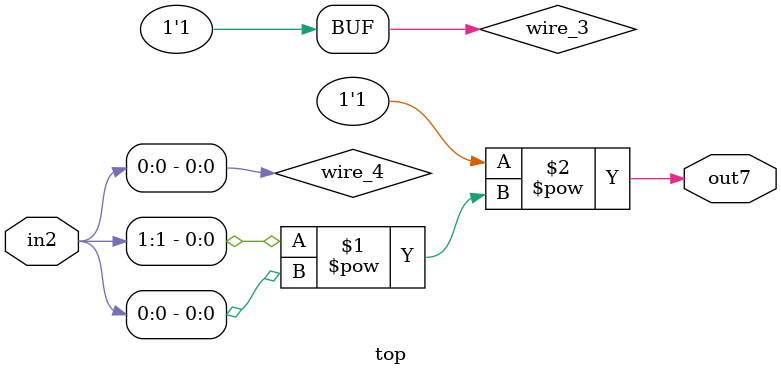
<source format=v>
module top (in2, out7);

    input wire signed [1:0] in2;
    wire wire_3;
    wire signed wire_4;
    output wire out7;

    assign wire_3 = 1'b1;
    assign wire_4 = in2[0:0];
    assign out7 = (wire_3 ** (in2[1:1] ** wire_4));

endmodule
</source>
